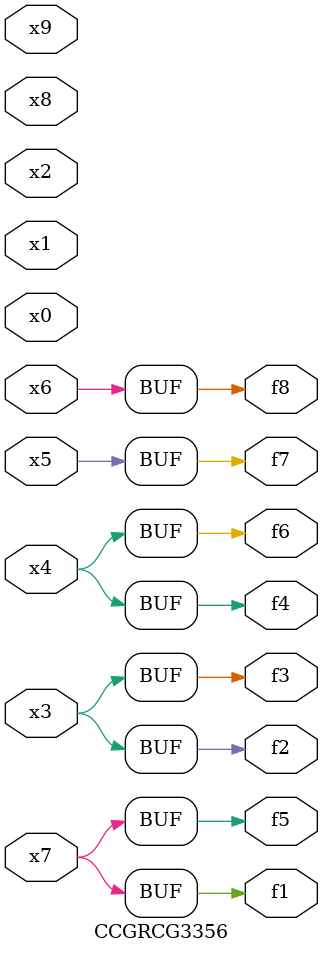
<source format=v>
module CCGRCG3356(
	input x0, x1, x2, x3, x4, x5, x6, x7, x8, x9,
	output f1, f2, f3, f4, f5, f6, f7, f8
);
	assign f1 = x7;
	assign f2 = x3;
	assign f3 = x3;
	assign f4 = x4;
	assign f5 = x7;
	assign f6 = x4;
	assign f7 = x5;
	assign f8 = x6;
endmodule

</source>
